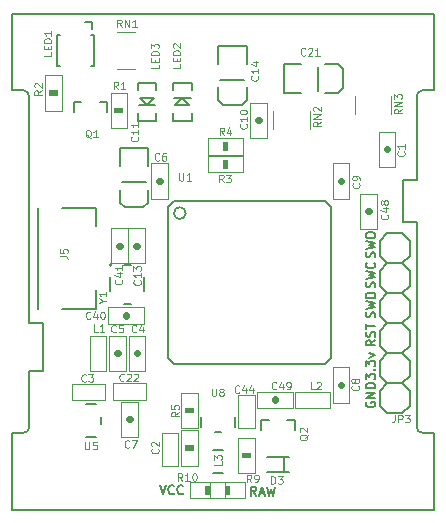
<source format=gbr>
%TF.GenerationSoftware,KiCad,Pcbnew,5.0.2-bee76a0~70~ubuntu18.04.1*%
%TF.CreationDate,2020-02-29T17:30:31-08:00*%
%TF.ProjectId,base,62617365-2e6b-4696-9361-645f70636258,rev?*%
%TF.SameCoordinates,Original*%
%TF.FileFunction,Legend,Top*%
%TF.FilePolarity,Positive*%
%FSLAX46Y46*%
G04 Gerber Fmt 4.6, Leading zero omitted, Abs format (unit mm)*
G04 Created by KiCad (PCBNEW 5.0.2-bee76a0~70~ubuntu18.04.1) date Sat 29 Feb 2020 05:30:31 PM PST*
%MOMM*%
%LPD*%
G01*
G04 APERTURE LIST*
%ADD10C,0.150000*%
%ADD11C,0.162560*%
%ADD12C,0.152400*%
%ADD13C,0.050800*%
%ADD14C,0.100000*%
%ADD15C,0.203200*%
%ADD16C,0.127000*%
%ADD17C,0.558800*%
%ADD18C,0.101600*%
%ADD19C,0.200000*%
G04 APERTURE END LIST*
D10*
X131000500Y-114280540D02*
X131000500Y-118280540D01*
X162651441Y-102162541D02*
X162651441Y-95050541D01*
X161502382Y-105714800D02*
X162651441Y-105714800D01*
X161502382Y-102162541D02*
X162651441Y-102162541D01*
D11*
X140895203Y-127969070D02*
X141152589Y-128741230D01*
X141409976Y-127969070D01*
X142108597Y-128667691D02*
X142071827Y-128704460D01*
X141961519Y-128741230D01*
X141887980Y-128741230D01*
X141777671Y-128704460D01*
X141704132Y-128630921D01*
X141667363Y-128557382D01*
X141630593Y-128410304D01*
X141630593Y-128299996D01*
X141667363Y-128152918D01*
X141704132Y-128079379D01*
X141777671Y-128005840D01*
X141887980Y-127969070D01*
X141961519Y-127969070D01*
X142071827Y-128005840D01*
X142108597Y-128042609D01*
X142880757Y-128667691D02*
X142843987Y-128704460D01*
X142733679Y-128741230D01*
X142660140Y-128741230D01*
X142549831Y-128704460D01*
X142476292Y-128630921D01*
X142439523Y-128557382D01*
X142402753Y-128410304D01*
X142402753Y-128299996D01*
X142439523Y-128152918D01*
X142476292Y-128079379D01*
X142549831Y-128005840D01*
X142660140Y-127969070D01*
X142733679Y-127969070D01*
X142843987Y-128005840D01*
X142880757Y-128042609D01*
X159095560Y-113767857D02*
X159132330Y-113657549D01*
X159132330Y-113473701D01*
X159095560Y-113400162D01*
X159058791Y-113363393D01*
X158985252Y-113326623D01*
X158911713Y-113326623D01*
X158838174Y-113363393D01*
X158801404Y-113400162D01*
X158764635Y-113473701D01*
X158727865Y-113620779D01*
X158691096Y-113694318D01*
X158654326Y-113731088D01*
X158580787Y-113767857D01*
X158507248Y-113767857D01*
X158433709Y-113731088D01*
X158396940Y-113694318D01*
X158360170Y-113620779D01*
X158360170Y-113436932D01*
X158396940Y-113326623D01*
X158360170Y-113069236D02*
X159132330Y-112885389D01*
X158580787Y-112738311D01*
X159132330Y-112591233D01*
X158360170Y-112407385D01*
X159132330Y-112113229D02*
X158360170Y-112113229D01*
X158360170Y-111929381D01*
X158396940Y-111819073D01*
X158470479Y-111745534D01*
X158544018Y-111708764D01*
X158691096Y-111671995D01*
X158801404Y-111671995D01*
X158948482Y-111708764D01*
X159022021Y-111745534D01*
X159095560Y-111819073D01*
X159132330Y-111929381D01*
X159132330Y-112113229D01*
X159095560Y-111227857D02*
X159132330Y-111117549D01*
X159132330Y-110933701D01*
X159095560Y-110860162D01*
X159058791Y-110823393D01*
X158985252Y-110786623D01*
X158911713Y-110786623D01*
X158838174Y-110823393D01*
X158801404Y-110860162D01*
X158764635Y-110933701D01*
X158727865Y-111080779D01*
X158691096Y-111154318D01*
X158654326Y-111191088D01*
X158580787Y-111227857D01*
X158507248Y-111227857D01*
X158433709Y-111191088D01*
X158396940Y-111154318D01*
X158360170Y-111080779D01*
X158360170Y-110896932D01*
X158396940Y-110786623D01*
X158360170Y-110529236D02*
X159132330Y-110345389D01*
X158580787Y-110198311D01*
X159132330Y-110051233D01*
X158360170Y-109867385D01*
X159058791Y-109131995D02*
X159095560Y-109168764D01*
X159132330Y-109279073D01*
X159132330Y-109352612D01*
X159095560Y-109462920D01*
X159022021Y-109536459D01*
X158948482Y-109573229D01*
X158801404Y-109609998D01*
X158691096Y-109609998D01*
X158544018Y-109573229D01*
X158470479Y-109536459D01*
X158396940Y-109462920D01*
X158360170Y-109352612D01*
X158360170Y-109279073D01*
X158396940Y-109168764D01*
X158433709Y-109131995D01*
X149066745Y-128868230D02*
X148809359Y-128500535D01*
X148625511Y-128868230D02*
X148625511Y-128096070D01*
X148919667Y-128096070D01*
X148993206Y-128132840D01*
X149029976Y-128169609D01*
X149066745Y-128243148D01*
X149066745Y-128353457D01*
X149029976Y-128426996D01*
X148993206Y-128463765D01*
X148919667Y-128500535D01*
X148625511Y-128500535D01*
X149360902Y-128647613D02*
X149728597Y-128647613D01*
X149287363Y-128868230D02*
X149544749Y-128096070D01*
X149802136Y-128868230D01*
X149985984Y-128096070D02*
X150169831Y-128868230D01*
X150316909Y-128316687D01*
X150463987Y-128868230D01*
X150647835Y-128096070D01*
X159132330Y-115702854D02*
X158764635Y-115960240D01*
X159132330Y-116144088D02*
X158360170Y-116144088D01*
X158360170Y-115849932D01*
X158396940Y-115776393D01*
X158433709Y-115739623D01*
X158507248Y-115702854D01*
X158617557Y-115702854D01*
X158691096Y-115739623D01*
X158727865Y-115776393D01*
X158764635Y-115849932D01*
X158764635Y-116144088D01*
X159095560Y-115408697D02*
X159132330Y-115298389D01*
X159132330Y-115114541D01*
X159095560Y-115041002D01*
X159058791Y-115004233D01*
X158985252Y-114967463D01*
X158911713Y-114967463D01*
X158838174Y-115004233D01*
X158801404Y-115041002D01*
X158764635Y-115114541D01*
X158727865Y-115261619D01*
X158691096Y-115335158D01*
X158654326Y-115371928D01*
X158580787Y-115408697D01*
X158507248Y-115408697D01*
X158433709Y-115371928D01*
X158396940Y-115335158D01*
X158360170Y-115261619D01*
X158360170Y-115077772D01*
X158396940Y-114967463D01*
X158360170Y-114746846D02*
X158360170Y-114305612D01*
X159132330Y-114526229D02*
X158360170Y-114526229D01*
X158396940Y-120946623D02*
X158360170Y-121020162D01*
X158360170Y-121130471D01*
X158396940Y-121240779D01*
X158470479Y-121314318D01*
X158544018Y-121351088D01*
X158691096Y-121387857D01*
X158801404Y-121387857D01*
X158948482Y-121351088D01*
X159022021Y-121314318D01*
X159095560Y-121240779D01*
X159132330Y-121130471D01*
X159132330Y-121056932D01*
X159095560Y-120946623D01*
X159058791Y-120909854D01*
X158801404Y-120909854D01*
X158801404Y-121056932D01*
X159132330Y-120578928D02*
X158360170Y-120578928D01*
X159132330Y-120137694D01*
X158360170Y-120137694D01*
X159132330Y-119769998D02*
X158360170Y-119769998D01*
X158360170Y-119586151D01*
X158396940Y-119475842D01*
X158470479Y-119402303D01*
X158544018Y-119365534D01*
X158691096Y-119328764D01*
X158801404Y-119328764D01*
X158948482Y-119365534D01*
X159022021Y-119402303D01*
X159095560Y-119475842D01*
X159132330Y-119586151D01*
X159132330Y-119769998D01*
X158360170Y-119011627D02*
X158360170Y-118533623D01*
X158654326Y-118791010D01*
X158654326Y-118680701D01*
X158691096Y-118607162D01*
X158727865Y-118570393D01*
X158801404Y-118533623D01*
X158985252Y-118533623D01*
X159058791Y-118570393D01*
X159095560Y-118607162D01*
X159132330Y-118680701D01*
X159132330Y-118901318D01*
X159095560Y-118974857D01*
X159058791Y-119011627D01*
X159058791Y-118202697D02*
X159095560Y-118165928D01*
X159132330Y-118202697D01*
X159095560Y-118239467D01*
X159058791Y-118202697D01*
X159132330Y-118202697D01*
X158360170Y-117908541D02*
X158360170Y-117430537D01*
X158654326Y-117687924D01*
X158654326Y-117577616D01*
X158691096Y-117504076D01*
X158727865Y-117467307D01*
X158801404Y-117430537D01*
X158985252Y-117430537D01*
X159058791Y-117467307D01*
X159095560Y-117504076D01*
X159132330Y-117577616D01*
X159132330Y-117798233D01*
X159095560Y-117871772D01*
X159058791Y-117908541D01*
X158617557Y-117173151D02*
X159132330Y-116989303D01*
X158617557Y-116805456D01*
X159095560Y-108687857D02*
X159132330Y-108577549D01*
X159132330Y-108393701D01*
X159095560Y-108320162D01*
X159058791Y-108283393D01*
X158985252Y-108246623D01*
X158911713Y-108246623D01*
X158838174Y-108283393D01*
X158801404Y-108320162D01*
X158764635Y-108393701D01*
X158727865Y-108540779D01*
X158691096Y-108614318D01*
X158654326Y-108651088D01*
X158580787Y-108687857D01*
X158507248Y-108687857D01*
X158433709Y-108651088D01*
X158396940Y-108614318D01*
X158360170Y-108540779D01*
X158360170Y-108356932D01*
X158396940Y-108246623D01*
X158360170Y-107989236D02*
X159132330Y-107805389D01*
X158580787Y-107658311D01*
X159132330Y-107511233D01*
X158360170Y-107327385D01*
X158360170Y-106886151D02*
X158360170Y-106739073D01*
X158396940Y-106665534D01*
X158470479Y-106591995D01*
X158617557Y-106555225D01*
X158874943Y-106555225D01*
X159022021Y-106591995D01*
X159095560Y-106665534D01*
X159132330Y-106739073D01*
X159132330Y-106886151D01*
X159095560Y-106959690D01*
X159022021Y-107033229D01*
X158874943Y-107069998D01*
X158617557Y-107069998D01*
X158470479Y-107033229D01*
X158396940Y-106959690D01*
X158360170Y-106886151D01*
D10*
X129851441Y-123050540D02*
G75*
G02X129351441Y-123550540I-500000J0D01*
G01*
X129351441Y-94550541D02*
G75*
G02X129851441Y-95050541I0J-500000D01*
G01*
X162651441Y-95050541D02*
G75*
G02X163151441Y-94550541I500000J0D01*
G01*
X163151441Y-123550540D02*
G75*
G02X162651441Y-123050540I0J500000D01*
G01*
X128351441Y-88050540D02*
X128351441Y-94550540D01*
X163151441Y-94550541D02*
X164151441Y-94550540D01*
X162651441Y-123050540D02*
X162651441Y-105714800D01*
X164151441Y-123550540D02*
X163151441Y-123550540D01*
X164151441Y-94550540D02*
X164151440Y-88050541D01*
X129851441Y-95050541D02*
X129851441Y-114280540D01*
X128351441Y-94550540D02*
X129351441Y-94550541D01*
X128351441Y-130050540D02*
X162651440Y-130050540D01*
X129851441Y-114280540D02*
X131000500Y-114280540D01*
X161502382Y-102162541D02*
X161502382Y-105714800D01*
X162651440Y-88050540D02*
X128351441Y-88050540D01*
X131000500Y-118280540D02*
X129851441Y-118280540D01*
X128351441Y-123550540D02*
X128351441Y-130050540D01*
X129351441Y-123550540D02*
X128351441Y-123550540D01*
X129851441Y-118280540D02*
X129851441Y-123050540D01*
X162651440Y-130050540D02*
X164151440Y-130050540D01*
X164151440Y-88050541D02*
X162651440Y-88050540D01*
X164151440Y-130050540D02*
X164151441Y-123550540D01*
D12*
X159550100Y-121259600D02*
X159550100Y-119989600D01*
X160185100Y-119354600D02*
X159550100Y-119989600D01*
X162090100Y-119989600D02*
X161455100Y-119354600D01*
X160185100Y-121894600D02*
X159550100Y-121259600D01*
X161455100Y-121894600D02*
X160185100Y-121894600D01*
X162090100Y-121259600D02*
X161455100Y-121894600D01*
X162090100Y-119989600D02*
X162090100Y-121259600D01*
X159550100Y-108559600D02*
X159550100Y-107289600D01*
X160185100Y-106654600D02*
X159550100Y-107289600D01*
X162090100Y-107289600D02*
X161455100Y-106654600D01*
X161455100Y-106654600D02*
X160185100Y-106654600D01*
X159550100Y-109829600D02*
X160185100Y-109194600D01*
X159550100Y-111099600D02*
X159550100Y-109829600D01*
X160185100Y-111734600D02*
X159550100Y-111099600D01*
X161455100Y-111734600D02*
X160185100Y-111734600D01*
X162090100Y-111099600D02*
X161455100Y-111734600D01*
X162090100Y-109829600D02*
X162090100Y-111099600D01*
X161455100Y-109194600D02*
X162090100Y-109829600D01*
X160185100Y-109194600D02*
X159550100Y-108559600D01*
X161455100Y-109194600D02*
X160185100Y-109194600D01*
X162090100Y-108559600D02*
X161455100Y-109194600D01*
X162090100Y-107289600D02*
X162090100Y-108559600D01*
X159550100Y-116179600D02*
X159550100Y-114909600D01*
X160185100Y-114274600D02*
X159550100Y-114909600D01*
X162090100Y-114909600D02*
X161455100Y-114274600D01*
X159550100Y-112369600D02*
X160185100Y-111734600D01*
X159550100Y-113639600D02*
X159550100Y-112369600D01*
X160185100Y-114274600D02*
X159550100Y-113639600D01*
X161455100Y-114274600D02*
X160185100Y-114274600D01*
X162090100Y-113639600D02*
X161455100Y-114274600D01*
X162090100Y-112369600D02*
X162090100Y-113639600D01*
X161455100Y-111734600D02*
X162090100Y-112369600D01*
X159550100Y-117449600D02*
X160185100Y-116814600D01*
X159550100Y-118719600D02*
X159550100Y-117449600D01*
X160185100Y-119354600D02*
X159550100Y-118719600D01*
X161455100Y-119354600D02*
X160185100Y-119354600D01*
X162090100Y-118719600D02*
X161455100Y-119354600D01*
X162090100Y-117449600D02*
X162090100Y-118719600D01*
X161455100Y-116814600D02*
X162090100Y-117449600D01*
X160185100Y-116814600D02*
X159550100Y-116179600D01*
X161455100Y-116814600D02*
X160185100Y-116814600D01*
X162090100Y-116179600D02*
X161455100Y-116814600D01*
X162090100Y-114909600D02*
X162090100Y-116179600D01*
D13*
X142721100Y-120140600D02*
X144121100Y-120140600D01*
X142721100Y-123140600D02*
X142721100Y-120140600D01*
X144121100Y-123140600D02*
X142721100Y-123140600D01*
X144121100Y-120140600D02*
X144121100Y-123140600D01*
D14*
G36*
X143040100Y-121412000D02*
X143040100Y-121869200D01*
X143802100Y-121869200D01*
X143802100Y-121412000D01*
X143040100Y-121412000D01*
G37*
D15*
X146102500Y-123467000D02*
X145565700Y-123467000D01*
X147256500Y-122227200D02*
X147256500Y-123086000D01*
X144411700Y-123086000D02*
X144411700Y-122227200D01*
D13*
X142721100Y-123315600D02*
X144121100Y-123315600D01*
X142721100Y-126315600D02*
X142721100Y-123315600D01*
X144121100Y-126315600D02*
X142721100Y-126315600D01*
X144121100Y-123315600D02*
X144121100Y-126315600D01*
D14*
G36*
X143040100Y-124587000D02*
X143040100Y-125044200D01*
X143802100Y-125044200D01*
X143802100Y-124587000D01*
X143040100Y-124587000D01*
G37*
D15*
X151414100Y-126862600D02*
X151414100Y-125562600D01*
X151414100Y-125562600D02*
X150014100Y-125562600D01*
X151814100Y-125562600D02*
X151414100Y-125562600D01*
X151414100Y-126862600D02*
X150014100Y-126862600D01*
X151814100Y-126862600D02*
X151414100Y-126862600D01*
D13*
X147547100Y-123950600D02*
X148947100Y-123950600D01*
X147547100Y-126950600D02*
X147547100Y-123950600D01*
X148947100Y-126950600D02*
X147547100Y-126950600D01*
X148947100Y-123950600D02*
X148947100Y-126950600D01*
D14*
G36*
X147866100Y-125222000D02*
X147866100Y-125679200D01*
X148628100Y-125679200D01*
X148628100Y-125222000D01*
X147866100Y-125222000D01*
G37*
D15*
X152314100Y-122464600D02*
X152314100Y-123264600D01*
X151714100Y-122464600D02*
X152314100Y-122464600D01*
X149514100Y-122464600D02*
X149514100Y-123264600D01*
X150114100Y-122464600D02*
X149514100Y-122464600D01*
D16*
X145434100Y-126958600D02*
X146234100Y-126958600D01*
X145434100Y-124958600D02*
X146234100Y-124958600D01*
D13*
X142470100Y-123542600D02*
X142470100Y-126342600D01*
X141070100Y-123542600D02*
X142470100Y-123542600D01*
X141070100Y-126342600D02*
X141070100Y-123542600D01*
X142470100Y-126342600D02*
X141070100Y-126342600D01*
X147547100Y-123167600D02*
X147547100Y-120367600D01*
X148947100Y-123167600D02*
X147547100Y-123167600D01*
X148947100Y-120367600D02*
X148947100Y-123167600D01*
X147547100Y-120367600D02*
X148947100Y-120367600D01*
X155335100Y-120051600D02*
X155335100Y-121451600D01*
X152335100Y-120051600D02*
X155335100Y-120051600D01*
X152335100Y-121451600D02*
X152335100Y-120051600D01*
X155335100Y-121451600D02*
X152335100Y-121451600D01*
X152160100Y-120051600D02*
X152160100Y-121451600D01*
X149160100Y-120051600D02*
X152160100Y-120051600D01*
X149160100Y-121451600D02*
X149160100Y-120051600D01*
X152160100Y-121451600D02*
X149160100Y-121451600D01*
D17*
X150660100Y-120782100D02*
X150660100Y-120721100D01*
D13*
X159297600Y-106300400D02*
X157897600Y-106300400D01*
X159297600Y-103300400D02*
X159297600Y-106300400D01*
X157897600Y-103300400D02*
X159297600Y-103300400D01*
X157897600Y-106300400D02*
X157897600Y-103300400D01*
D17*
X158567100Y-104800400D02*
X158628100Y-104800400D01*
D16*
X136826000Y-109348000D02*
G75*
G03X136826000Y-109348000I-100000J0D01*
G01*
D15*
X138495000Y-109360000D02*
X137895000Y-109360000D01*
X136695000Y-111560000D02*
X136695000Y-110360000D01*
X138445000Y-112610000D02*
X137845000Y-112610000D01*
X139595000Y-110360000D02*
X139595000Y-111560000D01*
D13*
X134974100Y-115314600D02*
X136374100Y-115314600D01*
X134974100Y-118314600D02*
X134974100Y-115314600D01*
X136374100Y-118314600D02*
X134974100Y-118314600D01*
X136374100Y-115314600D02*
X136374100Y-118314600D01*
X139638000Y-109196000D02*
X138238000Y-109196000D01*
X139638000Y-106196000D02*
X139638000Y-109196000D01*
X138238000Y-106196000D02*
X139638000Y-106196000D01*
X138238000Y-109196000D02*
X138238000Y-106196000D01*
D17*
X138907500Y-107696000D02*
X138968500Y-107696000D01*
D13*
X155548100Y-117981600D02*
X156948100Y-117981600D01*
X155548100Y-120981600D02*
X155548100Y-117981600D01*
X156948100Y-120981600D02*
X155548100Y-120981600D01*
X156948100Y-117981600D02*
X156948100Y-120981600D01*
D17*
X156278600Y-119481600D02*
X156217600Y-119481600D01*
D13*
X136625100Y-115314600D02*
X138025100Y-115314600D01*
X136625100Y-118314600D02*
X136625100Y-115314600D01*
X138025100Y-118314600D02*
X136625100Y-118314600D01*
X138025100Y-115314600D02*
X138025100Y-118314600D01*
D17*
X137355600Y-116814600D02*
X137294600Y-116814600D01*
D13*
X138276100Y-115314600D02*
X139676100Y-115314600D01*
X138276100Y-118314600D02*
X138276100Y-115314600D01*
X139676100Y-118314600D02*
X138276100Y-118314600D01*
X139676100Y-115314600D02*
X139676100Y-118314600D01*
D17*
X139006600Y-116814600D02*
X138945600Y-116814600D01*
D13*
X136777500Y-106196000D02*
X138177500Y-106196000D01*
X136777500Y-109196000D02*
X136777500Y-106196000D01*
X138177500Y-109196000D02*
X136777500Y-109196000D01*
X138177500Y-106196000D02*
X138177500Y-109196000D01*
D17*
X137508000Y-107696000D02*
X137447000Y-107696000D01*
D13*
X136549000Y-114301500D02*
X136549000Y-112901500D01*
X139549000Y-114301500D02*
X136549000Y-114301500D01*
X139549000Y-112901500D02*
X139549000Y-114301500D01*
X136549000Y-112901500D02*
X139549000Y-112901500D01*
D17*
X138049000Y-113571000D02*
X138049000Y-113632000D01*
D13*
X141581100Y-103709600D02*
X140181100Y-103709600D01*
X141581100Y-100709600D02*
X141581100Y-103709600D01*
X140181100Y-100709600D02*
X141581100Y-100709600D01*
X140181100Y-103709600D02*
X140181100Y-100709600D01*
D17*
X140850600Y-102209600D02*
X140911600Y-102209600D01*
D13*
X148550000Y-95600000D02*
X149950000Y-95600000D01*
X148550000Y-98600000D02*
X148550000Y-95600000D01*
X149950000Y-98600000D02*
X148550000Y-98600000D01*
X149950000Y-95600000D02*
X149950000Y-98600000D01*
D17*
X149280500Y-97100000D02*
X149219500Y-97100000D01*
D16*
X135169100Y-88760600D02*
X134569100Y-88760600D01*
X135169100Y-89360600D02*
X135169100Y-88760600D01*
D15*
X135369100Y-92460600D02*
X135069100Y-92460600D01*
X135369100Y-89860600D02*
X135369100Y-92460600D01*
X135069100Y-89860600D02*
X135369100Y-89860600D01*
X132169100Y-92460600D02*
X132469100Y-92460600D01*
X132169100Y-89860600D02*
X132169100Y-92460600D01*
X132469100Y-89860600D02*
X132169100Y-89860600D01*
D13*
X156948100Y-103709600D02*
X155548100Y-103709600D01*
X156948100Y-100709600D02*
X156948100Y-103709600D01*
X155548100Y-100709600D02*
X156948100Y-100709600D01*
X155548100Y-103709600D02*
X155548100Y-100709600D01*
D17*
X156217600Y-102209600D02*
X156278600Y-102209600D01*
D15*
X136439100Y-95540600D02*
X136439100Y-96340600D01*
X135839100Y-95540600D02*
X136439100Y-95540600D01*
X133639100Y-95540600D02*
X133639100Y-96340600D01*
X134239100Y-95540600D02*
X133639100Y-95540600D01*
D18*
X153619100Y-96282600D02*
X153619100Y-97782600D01*
X150519100Y-97782600D02*
X150519100Y-96282600D01*
X157419100Y-96559600D02*
X157419100Y-95059600D01*
X160519100Y-95059600D02*
X160519100Y-96559600D01*
D13*
X136752100Y-94740600D02*
X138152100Y-94740600D01*
X136752100Y-97740600D02*
X136752100Y-94740600D01*
X138152100Y-97740600D02*
X136752100Y-97740600D01*
X138152100Y-94740600D02*
X138152100Y-97740600D01*
D14*
G36*
X137071100Y-96012000D02*
X137071100Y-96469200D01*
X137833100Y-96469200D01*
X137833100Y-96012000D01*
X137071100Y-96012000D01*
G37*
D16*
X139738100Y-102336600D02*
X137706100Y-102336600D01*
D15*
X139922100Y-104055600D02*
X139922100Y-102955600D01*
X139522100Y-104455600D02*
X139922100Y-104055600D01*
X137922100Y-104455600D02*
X139522100Y-104455600D01*
X137522100Y-104055600D02*
X137922100Y-104455600D01*
X137522100Y-102955600D02*
X137522100Y-104055600D01*
X139922100Y-99455600D02*
X139922100Y-100955600D01*
X137522100Y-99455600D02*
X139922100Y-99455600D01*
X137522100Y-100955600D02*
X137522100Y-99455600D01*
D18*
X137273600Y-89610600D02*
X138773600Y-89610600D01*
X138773600Y-92710600D02*
X137273600Y-92710600D01*
D13*
X131189000Y-93281000D02*
X132589000Y-93281000D01*
X131189000Y-96281000D02*
X131189000Y-93281000D01*
X132589000Y-96281000D02*
X131189000Y-96281000D01*
X132589000Y-93281000D02*
X132589000Y-96281000D01*
D14*
G36*
X131508000Y-94552400D02*
X131508000Y-95009600D01*
X132270000Y-95009600D01*
X132270000Y-94552400D01*
X131508000Y-94552400D01*
G37*
D13*
X159450000Y-98050000D02*
X160850000Y-98050000D01*
X159450000Y-101050000D02*
X159450000Y-98050000D01*
X160850000Y-101050000D02*
X159450000Y-101050000D01*
X160850000Y-98050000D02*
X160850000Y-101050000D01*
D17*
X160180500Y-99550000D02*
X160119500Y-99550000D01*
D15*
X143101100Y-104945600D02*
G75*
G03X143101100Y-104945600I-500000J0D01*
G01*
X142101100Y-117745600D02*
X141601100Y-117245600D01*
X154901100Y-117745600D02*
X155401100Y-117245600D01*
X154901100Y-103945600D02*
X155401100Y-104445600D01*
X141601100Y-104445600D02*
X141601100Y-117245600D01*
X142101100Y-103945600D02*
X141601100Y-104445600D01*
X154901100Y-103945600D02*
X142101100Y-103945600D01*
X155401100Y-117245600D02*
X155401100Y-104445600D01*
X142101100Y-117745600D02*
X154901100Y-117745600D01*
D13*
X136250000Y-120800000D02*
X133450000Y-120800000D01*
X136250000Y-119400000D02*
X136250000Y-120800000D01*
X133450000Y-119400000D02*
X136250000Y-119400000D01*
X133450000Y-120800000D02*
X133450000Y-119400000D01*
X139050000Y-123900000D02*
X137650000Y-123900000D01*
X139050000Y-120900000D02*
X139050000Y-123900000D01*
X137650000Y-120900000D02*
X139050000Y-120900000D01*
X137650000Y-123900000D02*
X137650000Y-120900000D01*
D17*
X138319500Y-122400000D02*
X138380500Y-122400000D01*
D16*
X154281000Y-92534000D02*
X154281000Y-94566000D01*
D15*
X156000000Y-92350000D02*
X154900000Y-92350000D01*
X156400000Y-92750000D02*
X156000000Y-92350000D01*
X156400000Y-94350000D02*
X156400000Y-92750000D01*
X156000000Y-94750000D02*
X156400000Y-94350000D01*
X154900000Y-94750000D02*
X156000000Y-94750000D01*
X151400000Y-92350000D02*
X152900000Y-92350000D01*
X151400000Y-94750000D02*
X151400000Y-92350000D01*
X152900000Y-94750000D02*
X151400000Y-94750000D01*
D13*
X139750000Y-120750000D02*
X136950000Y-120750000D01*
X139750000Y-119350000D02*
X139750000Y-120750000D01*
X136950000Y-119350000D02*
X139750000Y-119350000D01*
X136950000Y-120750000D02*
X136950000Y-119350000D01*
D15*
X143411500Y-95804000D02*
X142811500Y-95204000D01*
X142211500Y-95804000D02*
X143411500Y-95804000D01*
X142811500Y-95204000D02*
X142211500Y-95804000D01*
X142811500Y-95204000D02*
X143511500Y-95204000D01*
X142111500Y-95204000D02*
X142811500Y-95204000D01*
X143611500Y-93904000D02*
X143611500Y-94504000D01*
X142011500Y-93904000D02*
X143611500Y-93904000D01*
X142011500Y-94504000D02*
X142011500Y-93904000D01*
X143611500Y-97104000D02*
X143611500Y-96504000D01*
X142011500Y-97104000D02*
X143611500Y-97104000D01*
X142011500Y-96504000D02*
X142011500Y-97104000D01*
X139227000Y-95204000D02*
X139827000Y-95804000D01*
X140427000Y-95204000D02*
X139227000Y-95204000D01*
X139827000Y-95804000D02*
X140427000Y-95204000D01*
X139827000Y-95804000D02*
X139127000Y-95804000D01*
X140527000Y-95804000D02*
X139827000Y-95804000D01*
X139027000Y-97104000D02*
X139027000Y-96504000D01*
X140627000Y-97104000D02*
X139027000Y-97104000D01*
X140627000Y-96504000D02*
X140627000Y-97104000D01*
X139027000Y-93904000D02*
X139027000Y-94504000D01*
X140627000Y-93904000D02*
X139027000Y-93904000D01*
X140627000Y-94504000D02*
X140627000Y-93904000D01*
X135910500Y-122231600D02*
X135910500Y-122768400D01*
X134670700Y-121077600D02*
X135529500Y-121077600D01*
X135529500Y-123922400D02*
X134670700Y-123922400D01*
D13*
X145158680Y-129101980D02*
X145158680Y-127701980D01*
X148158680Y-129101980D02*
X145158680Y-129101980D01*
X148158680Y-127701980D02*
X148158680Y-129101980D01*
X145158680Y-127701980D02*
X148158680Y-127701980D01*
D14*
G36*
X146430080Y-128782980D02*
X146887280Y-128782980D01*
X146887280Y-128020980D01*
X146430080Y-128020980D01*
X146430080Y-128782980D01*
G37*
D13*
X143459541Y-129102380D02*
X143459541Y-127702380D01*
X146459541Y-129102380D02*
X143459541Y-129102380D01*
X146459541Y-127702380D02*
X146459541Y-129102380D01*
X143459541Y-127702380D02*
X146459541Y-127702380D01*
D14*
G36*
X144730941Y-128783380D02*
X145188141Y-128783380D01*
X145188141Y-128021380D01*
X144730941Y-128021380D01*
X144730941Y-128783380D01*
G37*
D19*
X135509000Y-113025500D02*
X135509000Y-111475500D01*
X135509000Y-104525500D02*
X135509000Y-106075500D01*
X135509000Y-113025500D02*
X132659000Y-113025500D01*
X135509000Y-104525500D02*
X132659000Y-104525500D01*
X130629000Y-104525500D02*
X130629000Y-113025500D01*
D13*
X144950000Y-101500000D02*
X144950000Y-100100000D01*
X147950000Y-101500000D02*
X144950000Y-101500000D01*
X147950000Y-100100000D02*
X147950000Y-101500000D01*
X144950000Y-100100000D02*
X147950000Y-100100000D01*
D14*
G36*
X146221400Y-101181000D02*
X146678600Y-101181000D01*
X146678600Y-100419000D01*
X146221400Y-100419000D01*
X146221400Y-101181000D01*
G37*
D13*
X147950000Y-98600000D02*
X147950000Y-100000000D01*
X144950000Y-98600000D02*
X147950000Y-98600000D01*
X144950000Y-100000000D02*
X144950000Y-98600000D01*
X147950000Y-100000000D02*
X144950000Y-100000000D01*
D14*
G36*
X146678600Y-98919000D02*
X146221400Y-98919000D01*
X146221400Y-99681000D01*
X146678600Y-99681000D01*
X146678600Y-98919000D01*
G37*
D16*
X148066000Y-93681000D02*
X146034000Y-93681000D01*
D15*
X148250000Y-95400000D02*
X148250000Y-94300000D01*
X147850000Y-95800000D02*
X148250000Y-95400000D01*
X146250000Y-95800000D02*
X147850000Y-95800000D01*
X145850000Y-95400000D02*
X146250000Y-95800000D01*
X145850000Y-94300000D02*
X145850000Y-95400000D01*
X148250000Y-90800000D02*
X148250000Y-92300000D01*
X145850000Y-90800000D02*
X148250000Y-90800000D01*
X145850000Y-92300000D02*
X145850000Y-90800000D01*
D18*
X160798659Y-122034761D02*
X160798659Y-122488333D01*
X160768420Y-122579047D01*
X160707944Y-122639523D01*
X160617230Y-122669761D01*
X160556754Y-122669761D01*
X161101040Y-122669761D02*
X161101040Y-122034761D01*
X161342944Y-122034761D01*
X161403420Y-122065000D01*
X161433659Y-122095238D01*
X161463897Y-122155714D01*
X161463897Y-122246428D01*
X161433659Y-122306904D01*
X161403420Y-122337142D01*
X161342944Y-122367380D01*
X161101040Y-122367380D01*
X161675563Y-122034761D02*
X162068659Y-122034761D01*
X161856992Y-122276666D01*
X161947706Y-122276666D01*
X162008182Y-122306904D01*
X162038420Y-122337142D01*
X162068659Y-122397619D01*
X162068659Y-122548809D01*
X162038420Y-122609285D01*
X162008182Y-122639523D01*
X161947706Y-122669761D01*
X161766278Y-122669761D01*
X161705801Y-122639523D01*
X161675563Y-122609285D01*
X142527261Y-121784412D02*
X142224880Y-121996079D01*
X142527261Y-122147269D02*
X141892261Y-122147269D01*
X141892261Y-121905364D01*
X141922500Y-121844888D01*
X141952738Y-121814650D01*
X142013214Y-121784412D01*
X142103928Y-121784412D01*
X142164404Y-121814650D01*
X142194642Y-121844888D01*
X142224880Y-121905364D01*
X142224880Y-122147269D01*
X141892261Y-121209888D02*
X141892261Y-121512269D01*
X142194642Y-121542507D01*
X142164404Y-121512269D01*
X142134166Y-121451793D01*
X142134166Y-121300602D01*
X142164404Y-121240126D01*
X142194642Y-121209888D01*
X142255119Y-121179650D01*
X142406309Y-121179650D01*
X142466785Y-121209888D01*
X142497023Y-121240126D01*
X142527261Y-121300602D01*
X142527261Y-121451793D01*
X142497023Y-121512269D01*
X142466785Y-121542507D01*
X145314730Y-119794261D02*
X145314730Y-120308309D01*
X145344968Y-120368785D01*
X145375206Y-120399023D01*
X145435682Y-120429261D01*
X145556635Y-120429261D01*
X145617111Y-120399023D01*
X145647349Y-120368785D01*
X145677587Y-120308309D01*
X145677587Y-119794261D01*
X146070682Y-120066404D02*
X146010206Y-120036166D01*
X145979968Y-120005928D01*
X145949730Y-119945452D01*
X145949730Y-119915214D01*
X145979968Y-119854738D01*
X146010206Y-119824500D01*
X146070682Y-119794261D01*
X146191635Y-119794261D01*
X146252111Y-119824500D01*
X146282349Y-119854738D01*
X146312587Y-119915214D01*
X146312587Y-119945452D01*
X146282349Y-120005928D01*
X146252111Y-120036166D01*
X146191635Y-120066404D01*
X146070682Y-120066404D01*
X146010206Y-120096642D01*
X145979968Y-120126880D01*
X145949730Y-120187357D01*
X145949730Y-120308309D01*
X145979968Y-120368785D01*
X146010206Y-120399023D01*
X146070682Y-120429261D01*
X146191635Y-120429261D01*
X146252111Y-120399023D01*
X146282349Y-120368785D01*
X146312587Y-120308309D01*
X146312587Y-120187357D01*
X146282349Y-120126880D01*
X146252111Y-120096642D01*
X146191635Y-120066404D01*
X142820087Y-127604761D02*
X142608420Y-127302380D01*
X142457230Y-127604761D02*
X142457230Y-126969761D01*
X142699135Y-126969761D01*
X142759611Y-127000000D01*
X142789849Y-127030238D01*
X142820087Y-127090714D01*
X142820087Y-127181428D01*
X142789849Y-127241904D01*
X142759611Y-127272142D01*
X142699135Y-127302380D01*
X142457230Y-127302380D01*
X143424849Y-127604761D02*
X143061992Y-127604761D01*
X143243420Y-127604761D02*
X143243420Y-126969761D01*
X143182944Y-127060476D01*
X143122468Y-127120952D01*
X143061992Y-127151190D01*
X143817944Y-126969761D02*
X143878420Y-126969761D01*
X143938897Y-127000000D01*
X143969135Y-127030238D01*
X143999373Y-127090714D01*
X144029611Y-127211666D01*
X144029611Y-127362857D01*
X143999373Y-127483809D01*
X143969135Y-127544285D01*
X143938897Y-127574523D01*
X143878420Y-127604761D01*
X143817944Y-127604761D01*
X143757468Y-127574523D01*
X143727230Y-127544285D01*
X143696992Y-127483809D01*
X143666754Y-127362857D01*
X143666754Y-127211666D01*
X143696992Y-127090714D01*
X143727230Y-127030238D01*
X143757468Y-127000000D01*
X143817944Y-126969761D01*
X150331230Y-127858761D02*
X150331230Y-127223761D01*
X150482420Y-127223761D01*
X150573135Y-127254000D01*
X150633611Y-127314476D01*
X150663849Y-127374952D01*
X150694087Y-127495904D01*
X150694087Y-127586619D01*
X150663849Y-127707571D01*
X150633611Y-127768047D01*
X150573135Y-127828523D01*
X150482420Y-127858761D01*
X150331230Y-127858761D01*
X150905754Y-127223761D02*
X151298849Y-127223761D01*
X151087182Y-127465666D01*
X151177897Y-127465666D01*
X151238373Y-127495904D01*
X151268611Y-127526142D01*
X151298849Y-127586619D01*
X151298849Y-127737809D01*
X151268611Y-127798285D01*
X151238373Y-127828523D01*
X151177897Y-127858761D01*
X150996468Y-127858761D01*
X150935992Y-127828523D01*
X150905754Y-127798285D01*
X148662087Y-127731761D02*
X148450420Y-127429380D01*
X148299230Y-127731761D02*
X148299230Y-127096761D01*
X148541135Y-127096761D01*
X148601611Y-127127000D01*
X148631849Y-127157238D01*
X148662087Y-127217714D01*
X148662087Y-127308428D01*
X148631849Y-127368904D01*
X148601611Y-127399142D01*
X148541135Y-127429380D01*
X148299230Y-127429380D01*
X148964468Y-127731761D02*
X149085420Y-127731761D01*
X149145897Y-127701523D01*
X149176135Y-127671285D01*
X149236611Y-127580571D01*
X149266849Y-127459619D01*
X149266849Y-127217714D01*
X149236611Y-127157238D01*
X149206373Y-127127000D01*
X149145897Y-127096761D01*
X149024944Y-127096761D01*
X148964468Y-127127000D01*
X148934230Y-127157238D01*
X148903992Y-127217714D01*
X148903992Y-127368904D01*
X148934230Y-127429380D01*
X148964468Y-127459619D01*
X149024944Y-127489857D01*
X149145897Y-127489857D01*
X149206373Y-127459619D01*
X149236611Y-127429380D01*
X149266849Y-127368904D01*
X153446238Y-123692436D02*
X153416000Y-123752912D01*
X153355523Y-123813388D01*
X153264809Y-123904102D01*
X153234571Y-123964579D01*
X153234571Y-124025055D01*
X153385761Y-123994817D02*
X153355523Y-124055293D01*
X153295047Y-124115769D01*
X153174095Y-124146007D01*
X152962428Y-124146007D01*
X152841476Y-124115769D01*
X152781000Y-124055293D01*
X152750761Y-123994817D01*
X152750761Y-123873864D01*
X152781000Y-123813388D01*
X152841476Y-123752912D01*
X152962428Y-123722674D01*
X153174095Y-123722674D01*
X153295047Y-123752912D01*
X153355523Y-123813388D01*
X153385761Y-123873864D01*
X153385761Y-123994817D01*
X152811238Y-123480769D02*
X152781000Y-123450531D01*
X152750761Y-123390055D01*
X152750761Y-123238864D01*
X152781000Y-123178388D01*
X152811238Y-123148150D01*
X152871714Y-123117912D01*
X152932190Y-123117912D01*
X153022904Y-123148150D01*
X153385761Y-123511007D01*
X153385761Y-123117912D01*
X146146761Y-125972388D02*
X146146761Y-126274769D01*
X145511761Y-126274769D01*
X145511761Y-125821198D02*
X145511761Y-125428102D01*
X145753666Y-125639769D01*
X145753666Y-125549055D01*
X145783904Y-125488579D01*
X145814142Y-125458340D01*
X145874619Y-125428102D01*
X146025809Y-125428102D01*
X146086285Y-125458340D01*
X146116523Y-125488579D01*
X146146761Y-125549055D01*
X146146761Y-125730483D01*
X146116523Y-125790960D01*
X146086285Y-125821198D01*
X140752285Y-124895912D02*
X140782523Y-124926150D01*
X140812761Y-125016864D01*
X140812761Y-125077340D01*
X140782523Y-125168055D01*
X140722047Y-125228531D01*
X140661571Y-125258769D01*
X140540619Y-125289007D01*
X140449904Y-125289007D01*
X140328952Y-125258769D01*
X140268476Y-125228531D01*
X140208000Y-125168055D01*
X140177761Y-125077340D01*
X140177761Y-125016864D01*
X140208000Y-124926150D01*
X140238238Y-124895912D01*
X140238238Y-124654007D02*
X140208000Y-124623769D01*
X140177761Y-124563293D01*
X140177761Y-124412102D01*
X140208000Y-124351626D01*
X140238238Y-124321388D01*
X140298714Y-124291150D01*
X140359190Y-124291150D01*
X140449904Y-124321388D01*
X140812761Y-124684245D01*
X140812761Y-124291150D01*
X147646087Y-120109285D02*
X147615849Y-120139523D01*
X147525135Y-120169761D01*
X147464659Y-120169761D01*
X147373944Y-120139523D01*
X147313468Y-120079047D01*
X147283230Y-120018571D01*
X147252992Y-119897619D01*
X147252992Y-119806904D01*
X147283230Y-119685952D01*
X147313468Y-119625476D01*
X147373944Y-119565000D01*
X147464659Y-119534761D01*
X147525135Y-119534761D01*
X147615849Y-119565000D01*
X147646087Y-119595238D01*
X148190373Y-119746428D02*
X148190373Y-120169761D01*
X148039182Y-119504523D02*
X147887992Y-119958095D01*
X148281087Y-119958095D01*
X148795135Y-119746428D02*
X148795135Y-120169761D01*
X148643944Y-119504523D02*
X148492754Y-119958095D01*
X148885849Y-119958095D01*
X154019611Y-119869761D02*
X153717230Y-119869761D01*
X153717230Y-119234761D01*
X154201040Y-119295238D02*
X154231278Y-119265000D01*
X154291754Y-119234761D01*
X154442944Y-119234761D01*
X154503420Y-119265000D01*
X154533659Y-119295238D01*
X154563897Y-119355714D01*
X154563897Y-119416190D01*
X154533659Y-119506904D01*
X154170801Y-119869761D01*
X154563897Y-119869761D01*
X150780087Y-119809285D02*
X150749849Y-119839523D01*
X150659135Y-119869761D01*
X150598659Y-119869761D01*
X150507944Y-119839523D01*
X150447468Y-119779047D01*
X150417230Y-119718571D01*
X150386992Y-119597619D01*
X150386992Y-119506904D01*
X150417230Y-119385952D01*
X150447468Y-119325476D01*
X150507944Y-119265000D01*
X150598659Y-119234761D01*
X150659135Y-119234761D01*
X150749849Y-119265000D01*
X150780087Y-119295238D01*
X151324373Y-119446428D02*
X151324373Y-119869761D01*
X151173182Y-119204523D02*
X151021992Y-119658095D01*
X151415087Y-119658095D01*
X151687230Y-119869761D02*
X151808182Y-119869761D01*
X151868659Y-119839523D01*
X151898897Y-119809285D01*
X151959373Y-119718571D01*
X151989611Y-119597619D01*
X151989611Y-119355714D01*
X151959373Y-119295238D01*
X151929135Y-119265000D01*
X151868659Y-119234761D01*
X151747706Y-119234761D01*
X151687230Y-119265000D01*
X151656992Y-119295238D01*
X151626754Y-119355714D01*
X151626754Y-119506904D01*
X151656992Y-119567380D01*
X151687230Y-119597619D01*
X151747706Y-119627857D01*
X151868659Y-119627857D01*
X151929135Y-119597619D01*
X151959373Y-119567380D01*
X151989611Y-119506904D01*
X160183285Y-105083912D02*
X160213523Y-105114150D01*
X160243761Y-105204864D01*
X160243761Y-105265340D01*
X160213523Y-105356055D01*
X160153047Y-105416531D01*
X160092571Y-105446769D01*
X159971619Y-105477007D01*
X159880904Y-105477007D01*
X159759952Y-105446769D01*
X159699476Y-105416531D01*
X159639000Y-105356055D01*
X159608761Y-105265340D01*
X159608761Y-105204864D01*
X159639000Y-105114150D01*
X159669238Y-105083912D01*
X159820428Y-104539626D02*
X160243761Y-104539626D01*
X159578523Y-104690817D02*
X160032095Y-104842007D01*
X160032095Y-104448912D01*
X159880904Y-104116293D02*
X159850666Y-104176769D01*
X159820428Y-104207007D01*
X159759952Y-104237245D01*
X159729714Y-104237245D01*
X159669238Y-104207007D01*
X159639000Y-104176769D01*
X159608761Y-104116293D01*
X159608761Y-103995340D01*
X159639000Y-103934864D01*
X159669238Y-103904626D01*
X159729714Y-103874388D01*
X159759952Y-103874388D01*
X159820428Y-103904626D01*
X159850666Y-103934864D01*
X159880904Y-103995340D01*
X159880904Y-104116293D01*
X159911142Y-104176769D01*
X159941380Y-104207007D01*
X160001857Y-104237245D01*
X160122809Y-104237245D01*
X160183285Y-104207007D01*
X160213523Y-104176769D01*
X160243761Y-104116293D01*
X160243761Y-103995340D01*
X160213523Y-103934864D01*
X160183285Y-103904626D01*
X160122809Y-103874388D01*
X160001857Y-103874388D01*
X159941380Y-103904626D01*
X159911142Y-103934864D01*
X159880904Y-103995340D01*
X136065380Y-112374317D02*
X136367761Y-112374317D01*
X135732761Y-112585983D02*
X136065380Y-112374317D01*
X135732761Y-112162650D01*
X136367761Y-111618364D02*
X136367761Y-111981221D01*
X136367761Y-111799793D02*
X135732761Y-111799793D01*
X135823476Y-111860269D01*
X135883952Y-111920745D01*
X135914190Y-111981221D01*
X135665611Y-114992761D02*
X135363230Y-114992761D01*
X135363230Y-114357761D01*
X136209897Y-114992761D02*
X135847040Y-114992761D01*
X136028468Y-114992761D02*
X136028468Y-114357761D01*
X135967992Y-114448476D01*
X135907516Y-114508952D01*
X135847040Y-114539190D01*
X139253685Y-110633812D02*
X139283923Y-110664050D01*
X139314161Y-110754764D01*
X139314161Y-110815240D01*
X139283923Y-110905955D01*
X139223447Y-110966431D01*
X139162971Y-110996669D01*
X139042019Y-111026907D01*
X138951304Y-111026907D01*
X138830352Y-110996669D01*
X138769876Y-110966431D01*
X138709400Y-110905955D01*
X138679161Y-110815240D01*
X138679161Y-110754764D01*
X138709400Y-110664050D01*
X138739638Y-110633812D01*
X139314161Y-110029050D02*
X139314161Y-110391907D01*
X139314161Y-110210479D02*
X138679161Y-110210479D01*
X138769876Y-110270955D01*
X138830352Y-110331431D01*
X138860590Y-110391907D01*
X138679161Y-109817383D02*
X138679161Y-109424288D01*
X138921066Y-109635955D01*
X138921066Y-109545240D01*
X138951304Y-109484764D01*
X138981542Y-109454526D01*
X139042019Y-109424288D01*
X139193209Y-109424288D01*
X139253685Y-109454526D01*
X139283923Y-109484764D01*
X139314161Y-109545240D01*
X139314161Y-109726669D01*
X139283923Y-109787145D01*
X139253685Y-109817383D01*
X157706785Y-119561912D02*
X157737023Y-119592150D01*
X157767261Y-119682864D01*
X157767261Y-119743340D01*
X157737023Y-119834055D01*
X157676547Y-119894531D01*
X157616071Y-119924769D01*
X157495119Y-119955007D01*
X157404404Y-119955007D01*
X157283452Y-119924769D01*
X157222976Y-119894531D01*
X157162500Y-119834055D01*
X157132261Y-119743340D01*
X157132261Y-119682864D01*
X157162500Y-119592150D01*
X157192738Y-119561912D01*
X157404404Y-119199055D02*
X157374166Y-119259531D01*
X157343928Y-119289769D01*
X157283452Y-119320007D01*
X157253214Y-119320007D01*
X157192738Y-119289769D01*
X157162500Y-119259531D01*
X157132261Y-119199055D01*
X157132261Y-119078102D01*
X157162500Y-119017626D01*
X157192738Y-118987388D01*
X157253214Y-118957150D01*
X157283452Y-118957150D01*
X157343928Y-118987388D01*
X157374166Y-119017626D01*
X157404404Y-119078102D01*
X157404404Y-119199055D01*
X157434642Y-119259531D01*
X157464880Y-119289769D01*
X157525357Y-119320007D01*
X157646309Y-119320007D01*
X157706785Y-119289769D01*
X157737023Y-119259531D01*
X157767261Y-119199055D01*
X157767261Y-119078102D01*
X157737023Y-119017626D01*
X157706785Y-118987388D01*
X157646309Y-118957150D01*
X157525357Y-118957150D01*
X157464880Y-118987388D01*
X157434642Y-119017626D01*
X157404404Y-119078102D01*
X137176087Y-114982285D02*
X137145849Y-115012523D01*
X137055135Y-115042761D01*
X136994659Y-115042761D01*
X136903944Y-115012523D01*
X136843468Y-114952047D01*
X136813230Y-114891571D01*
X136782992Y-114770619D01*
X136782992Y-114679904D01*
X136813230Y-114558952D01*
X136843468Y-114498476D01*
X136903944Y-114438000D01*
X136994659Y-114407761D01*
X137055135Y-114407761D01*
X137145849Y-114438000D01*
X137176087Y-114468238D01*
X137750611Y-114407761D02*
X137448230Y-114407761D01*
X137417992Y-114710142D01*
X137448230Y-114679904D01*
X137508706Y-114649666D01*
X137659897Y-114649666D01*
X137720373Y-114679904D01*
X137750611Y-114710142D01*
X137780849Y-114770619D01*
X137780849Y-114921809D01*
X137750611Y-114982285D01*
X137720373Y-115012523D01*
X137659897Y-115042761D01*
X137508706Y-115042761D01*
X137448230Y-115012523D01*
X137417992Y-114982285D01*
X138926087Y-114982285D02*
X138895849Y-115012523D01*
X138805135Y-115042761D01*
X138744659Y-115042761D01*
X138653944Y-115012523D01*
X138593468Y-114952047D01*
X138563230Y-114891571D01*
X138532992Y-114770619D01*
X138532992Y-114679904D01*
X138563230Y-114558952D01*
X138593468Y-114498476D01*
X138653944Y-114438000D01*
X138744659Y-114407761D01*
X138805135Y-114407761D01*
X138895849Y-114438000D01*
X138926087Y-114468238D01*
X139470373Y-114619428D02*
X139470373Y-115042761D01*
X139319182Y-114377523D02*
X139167992Y-114831095D01*
X139561087Y-114831095D01*
X137666185Y-110583012D02*
X137696423Y-110613250D01*
X137726661Y-110703964D01*
X137726661Y-110764440D01*
X137696423Y-110855155D01*
X137635947Y-110915631D01*
X137575471Y-110945869D01*
X137454519Y-110976107D01*
X137363804Y-110976107D01*
X137242852Y-110945869D01*
X137182376Y-110915631D01*
X137121900Y-110855155D01*
X137091661Y-110764440D01*
X137091661Y-110703964D01*
X137121900Y-110613250D01*
X137152138Y-110583012D01*
X137303328Y-110038726D02*
X137726661Y-110038726D01*
X137061423Y-110189917D02*
X137514995Y-110341107D01*
X137514995Y-109948012D01*
X137726661Y-109373488D02*
X137726661Y-109736345D01*
X137726661Y-109554917D02*
X137091661Y-109554917D01*
X137182376Y-109615393D01*
X137242852Y-109675869D01*
X137273090Y-109736345D01*
X135034987Y-113853685D02*
X135004749Y-113883923D01*
X134914035Y-113914161D01*
X134853559Y-113914161D01*
X134762844Y-113883923D01*
X134702368Y-113823447D01*
X134672130Y-113762971D01*
X134641892Y-113642019D01*
X134641892Y-113551304D01*
X134672130Y-113430352D01*
X134702368Y-113369876D01*
X134762844Y-113309400D01*
X134853559Y-113279161D01*
X134914035Y-113279161D01*
X135004749Y-113309400D01*
X135034987Y-113339638D01*
X135579273Y-113490828D02*
X135579273Y-113914161D01*
X135428082Y-113248923D02*
X135276892Y-113702495D01*
X135669987Y-113702495D01*
X136032844Y-113279161D02*
X136093320Y-113279161D01*
X136153797Y-113309400D01*
X136184035Y-113339638D01*
X136214273Y-113400114D01*
X136244511Y-113521066D01*
X136244511Y-113672257D01*
X136214273Y-113793209D01*
X136184035Y-113853685D01*
X136153797Y-113883923D01*
X136093320Y-113914161D01*
X136032844Y-113914161D01*
X135972368Y-113883923D01*
X135942130Y-113853685D01*
X135911892Y-113793209D01*
X135881654Y-113672257D01*
X135881654Y-113521066D01*
X135911892Y-113400114D01*
X135942130Y-113339638D01*
X135972368Y-113309400D01*
X136032844Y-113279161D01*
X140851587Y-100429785D02*
X140821349Y-100460023D01*
X140730635Y-100490261D01*
X140670159Y-100490261D01*
X140579444Y-100460023D01*
X140518968Y-100399547D01*
X140488730Y-100339071D01*
X140458492Y-100218119D01*
X140458492Y-100127404D01*
X140488730Y-100006452D01*
X140518968Y-99945976D01*
X140579444Y-99885500D01*
X140670159Y-99855261D01*
X140730635Y-99855261D01*
X140821349Y-99885500D01*
X140851587Y-99915738D01*
X141395873Y-99855261D02*
X141274920Y-99855261D01*
X141214444Y-99885500D01*
X141184206Y-99915738D01*
X141123730Y-100006452D01*
X141093492Y-100127404D01*
X141093492Y-100369309D01*
X141123730Y-100429785D01*
X141153968Y-100460023D01*
X141214444Y-100490261D01*
X141335397Y-100490261D01*
X141395873Y-100460023D01*
X141426111Y-100429785D01*
X141456349Y-100369309D01*
X141456349Y-100218119D01*
X141426111Y-100157642D01*
X141395873Y-100127404D01*
X141335397Y-100097166D01*
X141214444Y-100097166D01*
X141153968Y-100127404D01*
X141123730Y-100157642D01*
X141093492Y-100218119D01*
X148245285Y-97408516D02*
X148275523Y-97438754D01*
X148305761Y-97529468D01*
X148305761Y-97589944D01*
X148275523Y-97680659D01*
X148215047Y-97741135D01*
X148154571Y-97771373D01*
X148033619Y-97801611D01*
X147942904Y-97801611D01*
X147821952Y-97771373D01*
X147761476Y-97741135D01*
X147701000Y-97680659D01*
X147670761Y-97589944D01*
X147670761Y-97529468D01*
X147701000Y-97438754D01*
X147731238Y-97408516D01*
X148305761Y-96803754D02*
X148305761Y-97166611D01*
X148305761Y-96985182D02*
X147670761Y-96985182D01*
X147761476Y-97045659D01*
X147821952Y-97106135D01*
X147852190Y-97166611D01*
X147670761Y-96410659D02*
X147670761Y-96350182D01*
X147701000Y-96289706D01*
X147731238Y-96259468D01*
X147791714Y-96229230D01*
X147912666Y-96198992D01*
X148063857Y-96198992D01*
X148184809Y-96229230D01*
X148245285Y-96259468D01*
X148275523Y-96289706D01*
X148305761Y-96350182D01*
X148305761Y-96410659D01*
X148275523Y-96471135D01*
X148245285Y-96501373D01*
X148184809Y-96531611D01*
X148063857Y-96561849D01*
X147912666Y-96561849D01*
X147791714Y-96531611D01*
X147731238Y-96501373D01*
X147701000Y-96471135D01*
X147670761Y-96410659D01*
X131732261Y-91301388D02*
X131732261Y-91603769D01*
X131097261Y-91603769D01*
X131399642Y-91089721D02*
X131399642Y-90878055D01*
X131732261Y-90787340D02*
X131732261Y-91089721D01*
X131097261Y-91089721D01*
X131097261Y-90787340D01*
X131732261Y-90515198D02*
X131097261Y-90515198D01*
X131097261Y-90364007D01*
X131127500Y-90273293D01*
X131187976Y-90212817D01*
X131248452Y-90182579D01*
X131369404Y-90152340D01*
X131460119Y-90152340D01*
X131581071Y-90182579D01*
X131641547Y-90212817D01*
X131702023Y-90273293D01*
X131732261Y-90364007D01*
X131732261Y-90515198D01*
X131732261Y-89547579D02*
X131732261Y-89910436D01*
X131732261Y-89729007D02*
X131097261Y-89729007D01*
X131187976Y-89789483D01*
X131248452Y-89849960D01*
X131278690Y-89910436D01*
X157770285Y-102416912D02*
X157800523Y-102447150D01*
X157830761Y-102537864D01*
X157830761Y-102598340D01*
X157800523Y-102689055D01*
X157740047Y-102749531D01*
X157679571Y-102779769D01*
X157558619Y-102810007D01*
X157467904Y-102810007D01*
X157346952Y-102779769D01*
X157286476Y-102749531D01*
X157226000Y-102689055D01*
X157195761Y-102598340D01*
X157195761Y-102537864D01*
X157226000Y-102447150D01*
X157256238Y-102416912D01*
X157830761Y-102114531D02*
X157830761Y-101993579D01*
X157800523Y-101933102D01*
X157770285Y-101902864D01*
X157679571Y-101842388D01*
X157558619Y-101812150D01*
X157316714Y-101812150D01*
X157256238Y-101842388D01*
X157226000Y-101872626D01*
X157195761Y-101933102D01*
X157195761Y-102054055D01*
X157226000Y-102114531D01*
X157256238Y-102144769D01*
X157316714Y-102175007D01*
X157467904Y-102175007D01*
X157528380Y-102144769D01*
X157558619Y-102114531D01*
X157588857Y-102054055D01*
X157588857Y-101933102D01*
X157558619Y-101872626D01*
X157528380Y-101842388D01*
X157467904Y-101812150D01*
X135070063Y-98582238D02*
X135009587Y-98552000D01*
X134949111Y-98491523D01*
X134858397Y-98400809D01*
X134797920Y-98370571D01*
X134737444Y-98370571D01*
X134767682Y-98521761D02*
X134707206Y-98491523D01*
X134646730Y-98431047D01*
X134616492Y-98310095D01*
X134616492Y-98098428D01*
X134646730Y-97977476D01*
X134707206Y-97917000D01*
X134767682Y-97886761D01*
X134888635Y-97886761D01*
X134949111Y-97917000D01*
X135009587Y-97977476D01*
X135039825Y-98098428D01*
X135039825Y-98310095D01*
X135009587Y-98431047D01*
X134949111Y-98491523D01*
X134888635Y-98521761D01*
X134767682Y-98521761D01*
X135644587Y-98521761D02*
X135281730Y-98521761D01*
X135463159Y-98521761D02*
X135463159Y-97886761D01*
X135402682Y-97977476D01*
X135342206Y-98037952D01*
X135281730Y-98068190D01*
X154528761Y-97209912D02*
X154226380Y-97421579D01*
X154528761Y-97572769D02*
X153893761Y-97572769D01*
X153893761Y-97330864D01*
X153924000Y-97270388D01*
X153954238Y-97240150D01*
X154014714Y-97209912D01*
X154105428Y-97209912D01*
X154165904Y-97240150D01*
X154196142Y-97270388D01*
X154226380Y-97330864D01*
X154226380Y-97572769D01*
X154528761Y-96937769D02*
X153893761Y-96937769D01*
X154528761Y-96574912D01*
X153893761Y-96574912D01*
X153954238Y-96302769D02*
X153924000Y-96272531D01*
X153893761Y-96212055D01*
X153893761Y-96060864D01*
X153924000Y-96000388D01*
X153954238Y-95970150D01*
X154014714Y-95939912D01*
X154075190Y-95939912D01*
X154165904Y-95970150D01*
X154528761Y-96333007D01*
X154528761Y-95939912D01*
X161386761Y-96130412D02*
X161084380Y-96342079D01*
X161386761Y-96493269D02*
X160751761Y-96493269D01*
X160751761Y-96251364D01*
X160782000Y-96190888D01*
X160812238Y-96160650D01*
X160872714Y-96130412D01*
X160963428Y-96130412D01*
X161023904Y-96160650D01*
X161054142Y-96190888D01*
X161084380Y-96251364D01*
X161084380Y-96493269D01*
X161386761Y-95858269D02*
X160751761Y-95858269D01*
X161386761Y-95495412D01*
X160751761Y-95495412D01*
X160751761Y-95253507D02*
X160751761Y-94860412D01*
X160993666Y-95072079D01*
X160993666Y-94981364D01*
X161023904Y-94920888D01*
X161054142Y-94890650D01*
X161114619Y-94860412D01*
X161265809Y-94860412D01*
X161326285Y-94890650D01*
X161356523Y-94920888D01*
X161386761Y-94981364D01*
X161386761Y-95162793D01*
X161356523Y-95223269D01*
X161326285Y-95253507D01*
X137359087Y-94457761D02*
X137147420Y-94155380D01*
X136996230Y-94457761D02*
X136996230Y-93822761D01*
X137238135Y-93822761D01*
X137298611Y-93853000D01*
X137328849Y-93883238D01*
X137359087Y-93943714D01*
X137359087Y-94034428D01*
X137328849Y-94094904D01*
X137298611Y-94125142D01*
X137238135Y-94155380D01*
X136996230Y-94155380D01*
X137963849Y-94457761D02*
X137600992Y-94457761D01*
X137782420Y-94457761D02*
X137782420Y-93822761D01*
X137721944Y-93913476D01*
X137661468Y-93973952D01*
X137600992Y-94004190D01*
X139037785Y-98479912D02*
X139068023Y-98510150D01*
X139098261Y-98600864D01*
X139098261Y-98661340D01*
X139068023Y-98752055D01*
X139007547Y-98812531D01*
X138947071Y-98842769D01*
X138826119Y-98873007D01*
X138735404Y-98873007D01*
X138614452Y-98842769D01*
X138553976Y-98812531D01*
X138493500Y-98752055D01*
X138463261Y-98661340D01*
X138463261Y-98600864D01*
X138493500Y-98510150D01*
X138523738Y-98479912D01*
X139098261Y-97875150D02*
X139098261Y-98238007D01*
X139098261Y-98056579D02*
X138463261Y-98056579D01*
X138553976Y-98117055D01*
X138614452Y-98177531D01*
X138644690Y-98238007D01*
X139098261Y-97270388D02*
X139098261Y-97633245D01*
X139098261Y-97451817D02*
X138463261Y-97451817D01*
X138553976Y-97512293D01*
X138614452Y-97572769D01*
X138644690Y-97633245D01*
X137676587Y-89187261D02*
X137464920Y-88884880D01*
X137313730Y-89187261D02*
X137313730Y-88552261D01*
X137555635Y-88552261D01*
X137616111Y-88582500D01*
X137646349Y-88612738D01*
X137676587Y-88673214D01*
X137676587Y-88763928D01*
X137646349Y-88824404D01*
X137616111Y-88854642D01*
X137555635Y-88884880D01*
X137313730Y-88884880D01*
X137948730Y-89187261D02*
X137948730Y-88552261D01*
X138311587Y-89187261D01*
X138311587Y-88552261D01*
X138946587Y-89187261D02*
X138583730Y-89187261D01*
X138765159Y-89187261D02*
X138765159Y-88552261D01*
X138704682Y-88642976D01*
X138644206Y-88703452D01*
X138583730Y-88733690D01*
X130906761Y-94542912D02*
X130604380Y-94754579D01*
X130906761Y-94905769D02*
X130271761Y-94905769D01*
X130271761Y-94663864D01*
X130302000Y-94603388D01*
X130332238Y-94573150D01*
X130392714Y-94542912D01*
X130483428Y-94542912D01*
X130543904Y-94573150D01*
X130574142Y-94603388D01*
X130604380Y-94663864D01*
X130604380Y-94905769D01*
X130332238Y-94301007D02*
X130302000Y-94270769D01*
X130271761Y-94210293D01*
X130271761Y-94059102D01*
X130302000Y-93998626D01*
X130332238Y-93968388D01*
X130392714Y-93938150D01*
X130453190Y-93938150D01*
X130543904Y-93968388D01*
X130906761Y-94331245D01*
X130906761Y-93938150D01*
X161580285Y-99724754D02*
X161610523Y-99754992D01*
X161640761Y-99845706D01*
X161640761Y-99906182D01*
X161610523Y-99996897D01*
X161550047Y-100057373D01*
X161489571Y-100087611D01*
X161368619Y-100117849D01*
X161277904Y-100117849D01*
X161156952Y-100087611D01*
X161096476Y-100057373D01*
X161036000Y-99996897D01*
X161005761Y-99906182D01*
X161005761Y-99845706D01*
X161036000Y-99754992D01*
X161066238Y-99724754D01*
X161640761Y-99119992D02*
X161640761Y-99482849D01*
X161640761Y-99301420D02*
X161005761Y-99301420D01*
X161096476Y-99361897D01*
X161156952Y-99422373D01*
X161187190Y-99482849D01*
X142543330Y-101560361D02*
X142543330Y-102074409D01*
X142573568Y-102134885D01*
X142603806Y-102165123D01*
X142664282Y-102195361D01*
X142785235Y-102195361D01*
X142845711Y-102165123D01*
X142875949Y-102134885D01*
X142906187Y-102074409D01*
X142906187Y-101560361D01*
X143541187Y-102195361D02*
X143178330Y-102195361D01*
X143359759Y-102195361D02*
X143359759Y-101560361D01*
X143299282Y-101651076D01*
X143238806Y-101711552D01*
X143178330Y-101741790D01*
X134653745Y-119162285D02*
X134623507Y-119192523D01*
X134532793Y-119222761D01*
X134472317Y-119222761D01*
X134381602Y-119192523D01*
X134321126Y-119132047D01*
X134290888Y-119071571D01*
X134260650Y-118950619D01*
X134260650Y-118859904D01*
X134290888Y-118738952D01*
X134321126Y-118678476D01*
X134381602Y-118618000D01*
X134472317Y-118587761D01*
X134532793Y-118587761D01*
X134623507Y-118618000D01*
X134653745Y-118648238D01*
X134865412Y-118587761D02*
X135258507Y-118587761D01*
X135046840Y-118829666D01*
X135137555Y-118829666D01*
X135198031Y-118859904D01*
X135228269Y-118890142D01*
X135258507Y-118950619D01*
X135258507Y-119101809D01*
X135228269Y-119162285D01*
X135198031Y-119192523D01*
X135137555Y-119222761D01*
X134956126Y-119222761D01*
X134895650Y-119192523D01*
X134865412Y-119162285D01*
X138311587Y-124750285D02*
X138281349Y-124780523D01*
X138190635Y-124810761D01*
X138130159Y-124810761D01*
X138039444Y-124780523D01*
X137978968Y-124720047D01*
X137948730Y-124659571D01*
X137918492Y-124538619D01*
X137918492Y-124447904D01*
X137948730Y-124326952D01*
X137978968Y-124266476D01*
X138039444Y-124206000D01*
X138130159Y-124175761D01*
X138190635Y-124175761D01*
X138281349Y-124206000D01*
X138311587Y-124236238D01*
X138523254Y-124175761D02*
X138946587Y-124175761D01*
X138674444Y-124810761D01*
X153225983Y-91539785D02*
X153195745Y-91570023D01*
X153105031Y-91600261D01*
X153044555Y-91600261D01*
X152953840Y-91570023D01*
X152893364Y-91509547D01*
X152863126Y-91449071D01*
X152832888Y-91328119D01*
X152832888Y-91237404D01*
X152863126Y-91116452D01*
X152893364Y-91055976D01*
X152953840Y-90995500D01*
X153044555Y-90965261D01*
X153105031Y-90965261D01*
X153195745Y-90995500D01*
X153225983Y-91025738D01*
X153467888Y-91025738D02*
X153498126Y-90995500D01*
X153558602Y-90965261D01*
X153709793Y-90965261D01*
X153770269Y-90995500D01*
X153800507Y-91025738D01*
X153830745Y-91086214D01*
X153830745Y-91146690D01*
X153800507Y-91237404D01*
X153437650Y-91600261D01*
X153830745Y-91600261D01*
X154435507Y-91600261D02*
X154072650Y-91600261D01*
X154254079Y-91600261D02*
X154254079Y-90965261D01*
X154193602Y-91055976D01*
X154133126Y-91116452D01*
X154072650Y-91146690D01*
X137858983Y-119098785D02*
X137828745Y-119129023D01*
X137738031Y-119159261D01*
X137677555Y-119159261D01*
X137586840Y-119129023D01*
X137526364Y-119068547D01*
X137496126Y-119008071D01*
X137465888Y-118887119D01*
X137465888Y-118796404D01*
X137496126Y-118675452D01*
X137526364Y-118614976D01*
X137586840Y-118554500D01*
X137677555Y-118524261D01*
X137738031Y-118524261D01*
X137828745Y-118554500D01*
X137858983Y-118584738D01*
X138100888Y-118584738D02*
X138131126Y-118554500D01*
X138191602Y-118524261D01*
X138342793Y-118524261D01*
X138403269Y-118554500D01*
X138433507Y-118584738D01*
X138463745Y-118645214D01*
X138463745Y-118705690D01*
X138433507Y-118796404D01*
X138070650Y-119159261D01*
X138463745Y-119159261D01*
X138705650Y-118584738D02*
X138735888Y-118554500D01*
X138796364Y-118524261D01*
X138947555Y-118524261D01*
X139008031Y-118554500D01*
X139038269Y-118584738D01*
X139068507Y-118645214D01*
X139068507Y-118705690D01*
X139038269Y-118796404D01*
X138675412Y-119159261D01*
X139068507Y-119159261D01*
X142654261Y-92317388D02*
X142654261Y-92619769D01*
X142019261Y-92619769D01*
X142321642Y-92105721D02*
X142321642Y-91894055D01*
X142654261Y-91803340D02*
X142654261Y-92105721D01*
X142019261Y-92105721D01*
X142019261Y-91803340D01*
X142654261Y-91531198D02*
X142019261Y-91531198D01*
X142019261Y-91380007D01*
X142049500Y-91289293D01*
X142109976Y-91228817D01*
X142170452Y-91198579D01*
X142291404Y-91168340D01*
X142382119Y-91168340D01*
X142503071Y-91198579D01*
X142563547Y-91228817D01*
X142624023Y-91289293D01*
X142654261Y-91380007D01*
X142654261Y-91531198D01*
X142079738Y-90926436D02*
X142049500Y-90896198D01*
X142019261Y-90835721D01*
X142019261Y-90684531D01*
X142049500Y-90624055D01*
X142079738Y-90593817D01*
X142140214Y-90563579D01*
X142200690Y-90563579D01*
X142291404Y-90593817D01*
X142654261Y-90956674D01*
X142654261Y-90563579D01*
X140812761Y-92364801D02*
X140812761Y-92667182D01*
X140177761Y-92667182D01*
X140480142Y-92153135D02*
X140480142Y-91941468D01*
X140812761Y-91850754D02*
X140812761Y-92153135D01*
X140177761Y-92153135D01*
X140177761Y-91850754D01*
X140812761Y-91578611D02*
X140177761Y-91578611D01*
X140177761Y-91427420D01*
X140208000Y-91336706D01*
X140268476Y-91276230D01*
X140328952Y-91245992D01*
X140449904Y-91215754D01*
X140540619Y-91215754D01*
X140661571Y-91245992D01*
X140722047Y-91276230D01*
X140782523Y-91336706D01*
X140812761Y-91427420D01*
X140812761Y-91578611D01*
X140177761Y-91004087D02*
X140177761Y-90610992D01*
X140419666Y-90822659D01*
X140419666Y-90731944D01*
X140449904Y-90671468D01*
X140480142Y-90641230D01*
X140540619Y-90610992D01*
X140691809Y-90610992D01*
X140752285Y-90641230D01*
X140782523Y-90671468D01*
X140812761Y-90731944D01*
X140812761Y-90913373D01*
X140782523Y-90973849D01*
X140752285Y-91004087D01*
X134583230Y-124302761D02*
X134583230Y-124816809D01*
X134613468Y-124877285D01*
X134643706Y-124907523D01*
X134704182Y-124937761D01*
X134825135Y-124937761D01*
X134885611Y-124907523D01*
X134915849Y-124877285D01*
X134946087Y-124816809D01*
X134946087Y-124302761D01*
X135550849Y-124302761D02*
X135248468Y-124302761D01*
X135218230Y-124605142D01*
X135248468Y-124574904D01*
X135308944Y-124544666D01*
X135460135Y-124544666D01*
X135520611Y-124574904D01*
X135550849Y-124605142D01*
X135581087Y-124665619D01*
X135581087Y-124816809D01*
X135550849Y-124877285D01*
X135520611Y-124907523D01*
X135460135Y-124937761D01*
X135308944Y-124937761D01*
X135248468Y-124907523D01*
X135218230Y-124877285D01*
X132477221Y-108615306D02*
X132930793Y-108615306D01*
X133021507Y-108645544D01*
X133081983Y-108706020D01*
X133112221Y-108796735D01*
X133112221Y-108857211D01*
X132477221Y-108010544D02*
X132477221Y-108312925D01*
X132779602Y-108343163D01*
X132749364Y-108312925D01*
X132719126Y-108252449D01*
X132719126Y-108101259D01*
X132749364Y-108040782D01*
X132779602Y-108010544D01*
X132840079Y-107980306D01*
X132991269Y-107980306D01*
X133051745Y-108010544D01*
X133081983Y-108040782D01*
X133112221Y-108101259D01*
X133112221Y-108252449D01*
X133081983Y-108312925D01*
X133051745Y-108343163D01*
X146312587Y-102331761D02*
X146100920Y-102029380D01*
X145949730Y-102331761D02*
X145949730Y-101696761D01*
X146191635Y-101696761D01*
X146252111Y-101727000D01*
X146282349Y-101757238D01*
X146312587Y-101817714D01*
X146312587Y-101908428D01*
X146282349Y-101968904D01*
X146252111Y-101999142D01*
X146191635Y-102029380D01*
X145949730Y-102029380D01*
X146524254Y-101696761D02*
X146917349Y-101696761D01*
X146705682Y-101938666D01*
X146796397Y-101938666D01*
X146856873Y-101968904D01*
X146887111Y-101999142D01*
X146917349Y-102059619D01*
X146917349Y-102210809D01*
X146887111Y-102271285D01*
X146856873Y-102301523D01*
X146796397Y-102331761D01*
X146614968Y-102331761D01*
X146554492Y-102301523D01*
X146524254Y-102271285D01*
X146337745Y-98331261D02*
X146126079Y-98028880D01*
X145974888Y-98331261D02*
X145974888Y-97696261D01*
X146216793Y-97696261D01*
X146277269Y-97726500D01*
X146307507Y-97756738D01*
X146337745Y-97817214D01*
X146337745Y-97907928D01*
X146307507Y-97968404D01*
X146277269Y-97998642D01*
X146216793Y-98028880D01*
X145974888Y-98028880D01*
X146882031Y-97907928D02*
X146882031Y-98331261D01*
X146730840Y-97666023D02*
X146579650Y-98119595D01*
X146972745Y-98119595D01*
X149197785Y-93336412D02*
X149228023Y-93366650D01*
X149258261Y-93457364D01*
X149258261Y-93517840D01*
X149228023Y-93608555D01*
X149167547Y-93669031D01*
X149107071Y-93699269D01*
X148986119Y-93729507D01*
X148895404Y-93729507D01*
X148774452Y-93699269D01*
X148713976Y-93669031D01*
X148653500Y-93608555D01*
X148623261Y-93517840D01*
X148623261Y-93457364D01*
X148653500Y-93366650D01*
X148683738Y-93336412D01*
X149258261Y-92731650D02*
X149258261Y-93094507D01*
X149258261Y-92913079D02*
X148623261Y-92913079D01*
X148713976Y-92973555D01*
X148774452Y-93034031D01*
X148804690Y-93094507D01*
X148834928Y-92187364D02*
X149258261Y-92187364D01*
X148593023Y-92338555D02*
X149046595Y-92489745D01*
X149046595Y-92096650D01*
M02*

</source>
